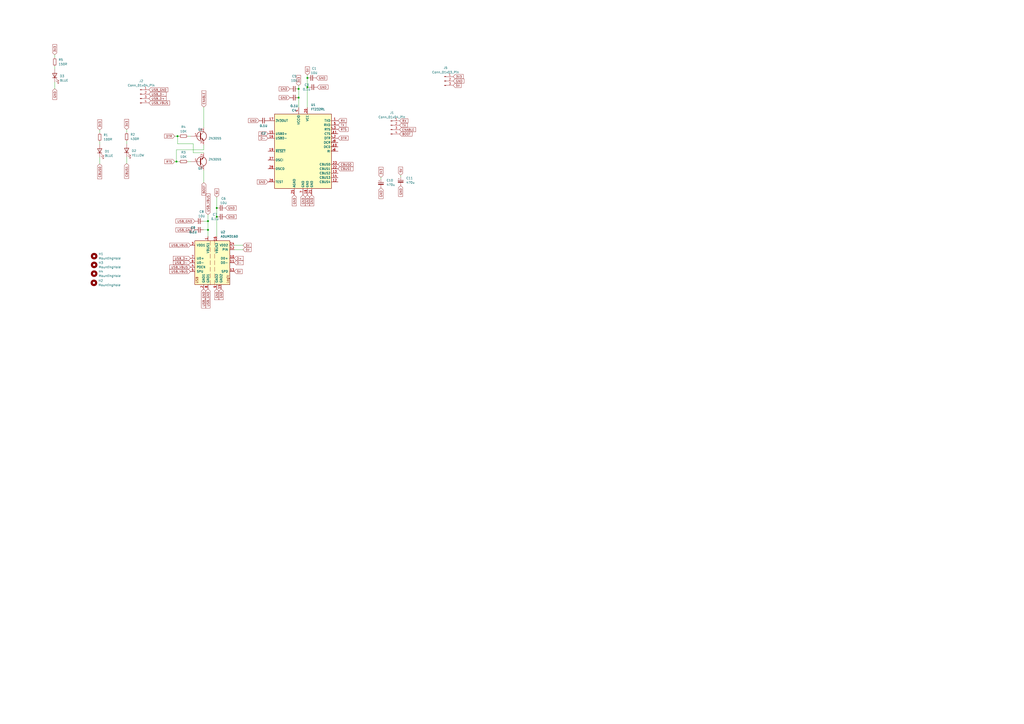
<source format=kicad_sch>
(kicad_sch (version 20231120) (generator "eeschema") (generator_version "8.0")
  (paper "A2")
  (lib_symbols
    (symbol "Connector:Conn_01x03_Pin" (pin_names (offset 1.016) hide)
      (property "Reference" "J" (at 0 5.08 0))
      (property "Value" "Conn_01x03_Pin" (at 0 -5.08 0))
      (symbol "Conn_01x03_Pin_1_1"
        (polyline (pts (xy 1.27 -2.54) (xy 0.8636 -2.54)) (stroke (width 0.1524)))
        (polyline (pts (xy 1.27 0) (xy 0.8636 0)) (stroke (width 0.1524)))
        (polyline (pts (xy 1.27 2.54) (xy 0.8636 2.54)) (stroke (width 0.1524)))
        (rectangle (start 0.8636 -2.413) (end 0 -2.667) (stroke (width 0.1524)) (fill (type outline)))
        (rectangle (start 0.8636 0.127) (end 0 -0.127) (stroke (width 0.1524)) (fill (type outline)))
        (rectangle (start 0.8636 2.667) (end 0 2.413) (stroke (width 0.1524)) (fill (type outline)))
        (pin passive line (at 5.08 2.54 180) (length 3.81) (name "Pin_1") (number "1"))
        (pin passive line (at 5.08 0 180) (length 3.81) (name "Pin_2") (number "2"))
        (pin passive line (at 5.08 -2.54 180) (length 3.81) (name "Pin_3") (number "3"))
      )
    )
    (symbol "Connector:Conn_01x04_Pin" (pin_names (offset 1.016) hide)
      (property "Reference" "J" (at 0 5.08 0))
      (property "Value" "Conn_01x04_Pin" (at 0 -7.62 0))
      (symbol "Conn_01x04_Pin_1_1"
        (polyline (pts (xy 1.27 -5.08) (xy 0.8636 -5.08)) (stroke (width 0.1524)))
        (polyline (pts (xy 1.27 -2.54) (xy 0.8636 -2.54)) (stroke (width 0.1524)))
        (polyline (pts (xy 1.27 0) (xy 0.8636 0)) (stroke (width 0.1524)))
        (polyline (pts (xy 1.27 2.54) (xy 0.8636 2.54)) (stroke (width 0.1524)))
        (rectangle (start 0.8636 -4.953) (end 0 -5.207) (stroke (width 0.1524)) (fill (type outline)))
        (rectangle (start 0.8636 -2.413) (end 0 -2.667) (stroke (width 0.1524)) (fill (type outline)))
        (rectangle (start 0.8636 0.127) (end 0 -0.127) (stroke (width 0.1524)) (fill (type outline)))
        (rectangle (start 0.8636 2.667) (end 0 2.413) (stroke (width 0.1524)) (fill (type outline)))
        (pin passive line (at 5.08 2.54 180) (length 3.81) (name "Pin_1") (number "1"))
        (pin passive line (at 5.08 0 180) (length 3.81) (name "Pin_2") (number "2"))
        (pin passive line (at 5.08 -2.54 180) (length 3.81) (name "Pin_3") (number "3"))
        (pin passive line (at 5.08 -5.08 180) (length 3.81) (name "Pin_4") (number "4"))
      )
    )
    (symbol "Device:C_Polarized_Small" (pin_numbers hide) (pin_names (offset 0.254) hide)
      (property "Reference" "C" (at 0.254 1.778 0))
      (property "Value" "C_Polarized_Small" (at 0.254 -2.032 0))
      (symbol "C_Polarized_Small_0_1"
        (rectangle (start -1.524 -0.3048) (end 1.524 -0.6858) (fill (type outline)))
        (rectangle (start -1.524 0.6858) (end 1.524 0.3048))
        (polyline (pts (xy -1.27 1.524) (xy -0.762 1.524)))
        (polyline (pts (xy -1.016 1.27) (xy -1.016 1.778)))
      )
      (symbol "C_Polarized_Small_1_1"
        (pin passive line (at 0 2.54 270) (length 1.8542) (name "~") (number "1"))
        (pin passive line (at 0 -2.54 90) (length 1.8542) (name "~") (number "2"))
      )
    )
    (symbol "Device:C_Small" (pin_numbers hide) (pin_names (offset 0.254) hide)
      (property "Reference" "C" (at 0.254 1.778 0))
      (property "Value" "C_Small" (at 0.254 -2.032 0))
      (symbol "C_Small_0_1"
        (polyline (pts (xy -1.524 -0.508) (xy 1.524 -0.508)) (stroke (width 0.3302)))
        (polyline (pts (xy -1.524 0.508) (xy 1.524 0.508)) (stroke (width 0.3048)))
      )
      (symbol "C_Small_1_1"
        (pin passive line (at 0 2.54 270) (length 2.032) (name "~") (number "1"))
        (pin passive line (at 0 -2.54 90) (length 2.032) (name "~") (number "2"))
      )
    )
    (symbol "Device:LED" (pin_numbers hide) (pin_names (offset 1.016) hide)
      (property "Reference" "D" (at 0 2.54 0))
      (property "Value" "LED" (at 0 -2.54 0))
      (symbol "LED_0_1"
        (polyline (pts (xy -1.27 -1.27) (xy -1.27 1.27)) (stroke (width 0.254)))
        (polyline (pts (xy -1.27 0) (xy 1.27 0)))
        (polyline (pts (xy 1.27 -1.27) (xy 1.27 1.27) (xy -1.27 0) (xy 1.27 -1.27)) (stroke (width 0.254)))
        (polyline (pts (xy -3.048 -0.762) (xy -4.572 -2.286) (xy -3.81 -2.286) (xy -4.572 -2.286) (xy -4.572 -1.524)))
        (polyline (pts (xy -1.778 -0.762) (xy -3.302 -2.286) (xy -2.54 -2.286) (xy -3.302 -2.286) (xy -3.302 -1.524)))
      )
      (symbol "LED_1_1"
        (pin passive line (at -3.81 0 0) (length 2.54) (name "K") (number "1"))
        (pin passive line (at 3.81 0 180) (length 2.54) (name "A") (number "2"))
      )
    )
    (symbol "Device:R_Small" (pin_numbers hide) (pin_names (offset 0.254) hide)
      (property "Reference" "R" (at 0.762 0.508 0))
      (property "Value" "R_Small" (at 0.762 -1.016 0))
      (symbol "R_Small_0_1"
        (rectangle (start -0.762 1.778) (end 0.762 -1.778) (stroke (width 0.2032)))
      )
      (symbol "R_Small_1_1"
        (pin passive line (at 0 2.54 270) (length 0.762) (name "~") (number "1"))
        (pin passive line (at 0 -2.54 90) (length 0.762) (name "~") (number "2"))
      )
    )
    (symbol "Interface_USB:ADUM3160" (pin_names (offset 1.016))
      (property "Reference" "U" (at -10.16 13.97 0))
      (property "Value" "ADUM3160" (at 3.81 13.97 0))
      (symbol "ADUM3160_0_0"
        (text "Logic" (at 8.89 -12.065 900) (effects (font (size 1.27 1.27)) (justify left)))
      )
      (symbol "ADUM3160_0_1"
        (rectangle (start -10.16 12.7) (end 10.16 -12.7) (stroke (width 0.254)) (fill (type background)))
        (polyline (pts (xy -1.27 -10.16) (xy -1.27 -12.7)))
        (polyline (pts (xy -1.27 -6.35) (xy -1.27 -8.89)))
        (polyline (pts (xy -1.27 -2.54) (xy -1.27 -5.08)))
        (polyline (pts (xy -1.27 1.27) (xy -1.27 -1.27)))
        (polyline (pts (xy -1.27 5.08) (xy -1.27 2.54)))
        (polyline (pts (xy -1.27 8.89) (xy -1.27 6.35)))
        (polyline (pts (xy -1.27 12.7) (xy -1.27 10.16)))
        (polyline (pts (xy 1.27 -10.16) (xy 1.27 -12.7)))
        (polyline (pts (xy 1.27 -6.35) (xy 1.27 -8.89)))
        (polyline (pts (xy 1.27 -2.54) (xy 1.27 -5.08)))
        (polyline (pts (xy 1.27 1.27) (xy 1.27 -1.27)))
        (polyline (pts (xy 1.27 5.08) (xy 1.27 2.54)))
        (polyline (pts (xy 1.27 8.89) (xy 1.27 6.35)))
        (polyline (pts (xy 1.27 12.7) (xy 1.27 10.16)))
      )
      (symbol "ADUM3160_1_0"
        (text "USB" (at -8.89 -12.065 900) (effects (font (size 1.27 1.27)) (justify left)))
      )
      (symbol "ADUM3160_1_1"
        (pin power_in line (at -2.54 15.24 270) (length 2.54) (name "VBUS1") (number "1"))
        (pin bidirectional line (at 12.7 2.54 180) (length 2.54) (name "DD+") (number "10"))
        (pin bidirectional line (at 12.7 0 180) (length 2.54) (name "DD-") (number "11"))
        (pin input line (at 12.7 7.62 180) (length 2.54) (name "PIN") (number "12"))
        (pin input line (at 12.7 -5.08 180) (length 2.54) (name "SPD") (number "13"))
        (pin power_in line (at 12.7 10.16 180) (length 2.54) (name "VDD2") (number "14"))
        (pin power_in line (at 5.08 -15.24 90) (length 2.54) (name "GND2") (number "15"))
        (pin power_in line (at 2.54 15.24 270) (length 2.54) (name "VBUS2") (number "16"))
        (pin power_in line (at -5.08 -15.24 90) (length 2.54) (name "GND1") (number "2"))
        (pin power_in line (at -12.7 10.16 0) (length 2.54) (name "VDD1") (number "3"))
        (pin input line (at -12.7 -2.54 0) (length 2.54) (name "PDEN") (number "4"))
        (pin input line (at -12.7 -5.08 0) (length 2.54) (name "SPU") (number "5"))
        (pin bidirectional line (at -12.7 0 0) (length 2.54) (name "UD-") (number "6"))
        (pin bidirectional line (at -12.7 2.54 0) (length 2.54) (name "UD+") (number "7"))
        (pin power_in line (at -2.54 -15.24 90) (length 2.54) (name "GND1") (number "8"))
        (pin power_in line (at 2.54 -15.24 90) (length 2.54) (name "GND2") (number "9"))
      )
    )
    (symbol "Interface_USB:FT232RL"
      (property "Reference" "U" (at -16.51 22.86 0))
      (property "Value" "FT232RL" (at 10.16 22.86 0))
      (symbol "FT232RL_0_1"
        (rectangle (start -16.51 21.59) (end 16.51 -21.59) (stroke (width 0.254)) (fill (type background)))
      )
      (symbol "FT232RL_1_1"
        (pin output line (at 20.32 17.78 180) (length 3.81) (name "TXD") (number "1"))
        (pin input input_low (at 20.32 2.54 180) (length 3.81) (name "DCD") (number "10"))
        (pin input input_low (at 20.32 10.16 180) (length 3.81) (name "CTS") (number "11"))
        (pin bidirectional line (at 20.32 -17.78 180) (length 3.81) (name "CBUS4") (number "12"))
        (pin bidirectional line (at 20.32 -12.7 180) (length 3.81) (name "CBUS2") (number "13"))
        (pin bidirectional line (at 20.32 -15.24 180) (length 3.81) (name "CBUS3") (number "14"))
        (pin bidirectional line (at -20.32 10.16 0) (length 3.81) (name "USBD+") (number "15"))
        (pin bidirectional line (at -20.32 7.62 0) (length 3.81) (name "USBD-") (number "16"))
        (pin power_out line (at -20.32 17.78 0) (length 3.81) (name "3V3OUT") (number "17"))
        (pin power_in line (at 2.54 -25.4 90) (length 3.81) (name "GND") (number "18"))
        (pin input line (at -20.32 0 0) (length 3.81) (name "~{RESET}") (number "19"))
        (pin output output_low (at 20.32 7.62 180) (length 3.81) (name "DTR") (number "2"))
        (pin power_in line (at 2.54 25.4 270) (length 3.81) (name "VCC") (number "20"))
        (pin power_in line (at 5.08 -25.4 90) (length 3.81) (name "GND") (number "21"))
        (pin bidirectional line (at 20.32 -10.16 180) (length 3.81) (name "CBUS1") (number "22"))
        (pin bidirectional line (at 20.32 -7.62 180) (length 3.81) (name "CBUS0") (number "23"))
        (pin power_in line (at -5.08 -25.4 90) (length 3.81) (name "AGND") (number "25"))
        (pin input line (at -20.32 -17.78 0) (length 3.81) (name "TEST") (number "26"))
        (pin input line (at -20.32 -5.08 0) (length 3.81) (name "OSCI") (number "27"))
        (pin output line (at -20.32 -10.16 0) (length 3.81) (name "OSCO") (number "28"))
        (pin output output_low (at 20.32 12.7 180) (length 3.81) (name "RTS") (number "3"))
        (pin power_in line (at -2.54 25.4 270) (length 3.81) (name "VCCIO") (number "4"))
        (pin input line (at 20.32 15.24 180) (length 3.81) (name "RXD") (number "5"))
        (pin input input_low (at 20.32 0 180) (length 3.81) (name "RI") (number "6"))
        (pin power_in line (at 0 -25.4 90) (length 3.81) (name "GND") (number "7"))
        (pin input input_low (at 20.32 5.08 180) (length 3.81) (name "DCR") (number "9"))
      )
    )
    (symbol "Mechanical:MountingHole" (pin_names (offset 1.016))
      (property "Reference" "H" (at 0 5.08 0))
      (property "Value" "MountingHole" (at 0 3.175 0))
      (symbol "MountingHole_0_1"
        (circle (center 0 0) (radius 1.27) (stroke (width 1.27)))
      )
    )
    (symbol "Transistor_BJT:2N3055" (pin_names (offset 0) hide)
      (property "Reference" "Q" (at 5.08 1.905 0))
      (property "Value" "2N3055" (at 5.08 0 0))
      (symbol "2N3055_0_1"
        (polyline (pts (xy 0.635 0.635) (xy 2.54 2.54)))
        (polyline (pts (xy 0.635 -0.635) (xy 2.54 -2.54) (xy 2.54 -2.54)))
        (polyline (pts (xy 0.635 1.905) (xy 0.635 -1.905) (xy 0.635 -1.905)) (stroke (width 0.508)))
        (polyline (pts (xy 1.27 -1.778) (xy 1.778 -1.27) (xy 2.286 -2.286) (xy 1.27 -1.778) (xy 1.27 -1.778)) (fill (type outline)))
        (circle (center 1.27 0) (radius 2.8194) (stroke (width 0.254)))
      )
      (symbol "2N3055_1_1"
        (pin input line (at -5.08 0 0) (length 5.715) (name "B") (number "1"))
        (pin passive line (at 2.54 -5.08 90) (length 2.54) (name "E") (number "2"))
        (pin passive line (at 2.54 5.08 270) (length 2.54) (name "C") (number "3"))
      )
    )
  )
  (junction (at 102.362 93.726))
  (junction (at 125.73 120.65))
  (junction (at 178.308 50.546))
  (junction (at 178.308 45.212))
  (junction (at 120.65 128.27))
  (junction (at 173.228 51.562))
  (junction (at 125.73 125.73))
  (junction (at 120.65 133.35))
  (junction (at 173.228 56.642))
  (junction (at 102.997 78.994))
  (wire (pts (xy 73.4622 94.8235) (xy 73.4622 91.0135)))
  (wire (pts (xy 112.141 88.646) (xy 112.141 83.439)))
  (wire (pts (xy 120.65 128.27) (xy 120.65 133.35)))
  (wire (pts (xy 178.943 50.546) (xy 178.308 50.546)))
  (wire (pts (xy 57.8412 77.0435) (xy 57.8412 75.3925)))
  (wire (pts (xy 173.228 51.562) (xy 173.228 56.642)))
  (wire (pts (xy 73.4622 83.3935) (xy 73.4622 81.8695)))
  (wire (pts (xy 125.73 120.65) (xy 125.73 125.73)))
  (wire (pts (xy 57.8412 95.0775) (xy 57.8412 91.2675)))
  (wire (pts (xy 57.8412 83.6475) (xy 57.8412 82.1235)))
  (wire (pts (xy 102.362 86.868) (xy 118.237 86.868)))
  (wire (pts (xy 31.75 40.005) (xy 31.75 38.481)))
  (wire (pts (xy 118.237 62.103) (xy 118.237 73.914)))
  (wire (pts (xy 102.997 78.994) (xy 103.886 78.994)))
  (wire (pts (xy 31.75 33.401) (xy 31.75 31.75)))
  (wire (pts (xy 108.966 78.994) (xy 110.617 78.994)))
  (wire (pts (xy 140.97 144.78) (xy 135.89 144.78)))
  (wire (pts (xy 173.228 49.657) (xy 173.228 51.562)))
  (wire (pts (xy 31.75 51.435) (xy 31.75 47.625)))
  (wire (pts (xy 120.65 133.35) (xy 120.65 137.16)))
  (wire (pts (xy 102.997 78.994) (xy 102.997 83.439)))
  (wire (pts (xy 118.11 133.35) (xy 120.65 133.35)))
  (wire (pts (xy 73.4622 76.7895) (xy 73.4622 75.1385)))
  (wire (pts (xy 232.41 101.6) (xy 232.41 102.616)))
  (wire (pts (xy 118.237 84.074) (xy 118.237 86.868)))
  (wire (pts (xy 102.362 93.726) (xy 103.886 93.726)))
  (wire (pts (xy 178.308 50.546) (xy 178.308 62.357)))
  (wire (pts (xy 101.346 93.726) (xy 102.362 93.726)))
  (wire (pts (xy 102.362 86.868) (xy 102.362 93.726)))
  (wire (pts (xy 125.73 125.73) (xy 125.73 137.16)))
  (wire (pts (xy 125.73 114.3) (xy 125.73 120.65)))
  (wire (pts (xy 220.98 102.87) (xy 220.98 103.886)))
  (wire (pts (xy 120.65 124.46) (xy 120.65 128.27)))
  (wire (pts (xy 140.97 142.24) (xy 135.89 142.24)))
  (wire (pts (xy 101.346 78.994) (xy 102.997 78.994)))
  (wire (pts (xy 173.228 56.642) (xy 173.228 62.357)))
  (wire (pts (xy 178.308 45.212) (xy 178.308 50.546)))
  (wire (pts (xy 178.308 43.434) (xy 178.308 45.212)))
  (wire (pts (xy 118.237 98.806) (xy 118.237 105.918)))
  (wire (pts (xy 118.11 128.27) (xy 120.65 128.27)))
  (wire (pts (xy 102.997 83.439) (xy 112.141 83.439)))
  (wire (pts (xy 118.237 88.646) (xy 112.141 88.646)))
  (wire (pts (xy 108.966 93.726) (xy 110.617 93.726)))
  (global_label "GND" (shape input) (at 31.75 51.435 270) (property "Intersheetrefs" "${INTERSHEET_REFS}" (effects (hide yes))))
  (global_label "3V3" (shape input) (at 220.98 102.87 90) (property "Intersheetrefs" "${INTERSHEET_REFS}" (effects (hide yes))))
  (global_label "GND" (shape input) (at 170.688 113.157 270) (property "Intersheetrefs" "${INTERSHEET_REFS}" (effects (hide yes))))
  (global_label "USB_D-" (shape input) (at 86.36 54.61 0) (property "Intersheetrefs" "${INTERSHEET_REFS}" (effects (hide yes))))
  (global_label "DTR" (shape input) (at 101.346 78.994 180) (property "Intersheetrefs" "${INTERSHEET_REFS}" (effects (hide yes))))
  (global_label "CBUS1" (shape input) (at 196.088 97.917 0) (property "Intersheetrefs" "${INTERSHEET_REFS}" (effects (hide yes))))
  (global_label "USB_GND" (shape input) (at 113.03 128.27 180) (property "Intersheetrefs" "${INTERSHEET_REFS}" (effects (hide yes))))
  (global_label "RX" (shape input) (at 196.088 69.977 0) (property "Intersheetrefs" "${INTERSHEET_REFS}" (effects (hide yes))))
  (global_label "3V3" (shape input) (at 173.228 49.657 90) (property "Intersheetrefs" "${INTERSHEET_REFS}" (effects (hide yes))))
  (global_label "3V3" (shape input) (at 262.89 44.45 0) (property "Intersheetrefs" "${INTERSHEET_REFS}" (effects (hide yes))))
  (global_label "GND" (shape input) (at 183.388 45.212 0) (property "Intersheetrefs" "${INTERSHEET_REFS}" (effects (hide yes))))
  (global_label "RTS" (shape input) (at 101.346 93.726 180) (property "Intersheetrefs" "${INTERSHEET_REFS}" (effects (hide yes))))
  (global_label "GND" (shape input) (at 155.448 105.537 180) (property "Intersheetrefs" "${INTERSHEET_REFS}" (effects (hide yes))))
  (global_label "GND" (shape input) (at 130.81 120.65 0) (property "Intersheetrefs" "${INTERSHEET_REFS}" (effects (hide yes))))
  (global_label "ENABLE" (shape input) (at 118.237 62.103 90) (property "Intersheetrefs" "${INTERSHEET_REFS}" (effects (hide yes))))
  (global_label "GND" (shape input) (at 128.27 167.64 270) (property "Intersheetrefs" "${INTERSHEET_REFS}" (effects (hide yes))))
  (global_label "5V" (shape input) (at 178.308 43.434 90) (property "Intersheetrefs" "${INTERSHEET_REFS}" (effects (hide yes))))
  (global_label "RTS" (shape input) (at 196.088 75.057 0) (property "Intersheetrefs" "${INTERSHEET_REFS}" (effects (hide yes))))
  (global_label "3V3" (shape input) (at 73.4622 75.1385 90) (property "Intersheetrefs" "${INTERSHEET_REFS}" (effects (hide yes))))
  (global_label "TX" (shape input) (at 196.088 72.517 0) (property "Intersheetrefs" "${INTERSHEET_REFS}" (effects (hide yes))))
  (global_label "BOOT" (shape input) (at 231.775 77.724 0) (property "Intersheetrefs" "${INTERSHEET_REFS}" (effects (hide yes))))
  (global_label "USB_GND" (shape input) (at 113.03 133.35 180) (property "Intersheetrefs" "${INTERSHEET_REFS}" (effects (hide yes))))
  (global_label "5V" (shape input) (at 125.73 114.3 90) (property "Intersheetrefs" "${INTERSHEET_REFS}" (effects (hide yes))))
  (global_label "CBUS1" (shape input) (at 73.4622 94.8235 270) (property "Intersheetrefs" "${INTERSHEET_REFS}" (effects (hide yes))))
  (global_label "USB_D+" (shape input) (at 86.36 57.15 0) (property "Intersheetrefs" "${INTERSHEET_REFS}" (effects (hide yes))))
  (global_label "D+" (shape input) (at 135.89 149.86 0) (property "Intersheetrefs" "${INTERSHEET_REFS}" (effects (hide yes))))
  (global_label "5V" (shape input) (at 140.97 142.24 0) (property "Intersheetrefs" "${INTERSHEET_REFS}" (effects (hide yes))))
  (global_label "USB_D-" (shape input) (at 110.49 152.4 180) (property "Intersheetrefs" "${INTERSHEET_REFS}" (effects (hide yes))))
  (global_label "GND" (shape input) (at 175.768 113.157 270) (property "Intersheetrefs" "${INTERSHEET_REFS}" (effects (hide yes))))
  (global_label "GND" (shape input) (at 262.89 46.99 0) (property "Intersheetrefs" "${INTERSHEET_REFS}" (effects (hide yes))))
  (global_label "GND" (shape input) (at 178.308 113.157 270) (property "Intersheetrefs" "${INTERSHEET_REFS}" (effects (hide yes))))
  (global_label "3V3" (shape input) (at 31.75 31.75 90) (property "Intersheetrefs" "${INTERSHEET_REFS}" (effects (hide yes))))
  (global_label "TX" (shape input) (at 231.775 72.644 0) (property "Intersheetrefs" "${INTERSHEET_REFS}" (effects (hide yes))))
  (global_label "GND" (shape input) (at 220.98 108.966 270) (property "Intersheetrefs" "${INTERSHEET_REFS}" (effects (hide yes))))
  (global_label "USB_VBUS" (shape input) (at 110.49 157.48 180) (property "Intersheetrefs" "${INTERSHEET_REFS}" (effects (hide yes))))
  (global_label "USB_GND" (shape input) (at 118.11 167.64 270) (property "Intersheetrefs" "${INTERSHEET_REFS}" (effects (hide yes))))
  (global_label "USB_VBUS" (shape input) (at 86.36 59.69 0) (property "Intersheetrefs" "${INTERSHEET_REFS}" (effects (hide yes))))
  (global_label "GND" (shape input) (at 184.023 50.546 0) (property "Intersheetrefs" "${INTERSHEET_REFS}" (effects (hide yes))))
  (global_label "5V" (shape input) (at 140.97 144.78 0) (property "Intersheetrefs" "${INTERSHEET_REFS}" (effects (hide yes))))
  (global_label "5V" (shape input) (at 262.89 49.53 0) (property "Intersheetrefs" "${INTERSHEET_REFS}" (effects (hide yes))))
  (global_label "GND" (shape input) (at 168.148 51.562 180) (property "Intersheetrefs" "${INTERSHEET_REFS}" (effects (hide yes))))
  (global_label "GND" (shape input) (at 125.73 167.64 270) (property "Intersheetrefs" "${INTERSHEET_REFS}" (effects (hide yes))))
  (global_label "3V3" (shape input) (at 57.8412 75.3925 90) (property "Intersheetrefs" "${INTERSHEET_REFS}" (effects (hide yes))))
  (global_label "5V" (shape input) (at 135.89 157.48 0) (property "Intersheetrefs" "${INTERSHEET_REFS}" (effects (hide yes))))
  (global_label "USB_GND" (shape input) (at 86.36 52.07 0) (property "Intersheetrefs" "${INTERSHEET_REFS}" (effects (hide yes))))
  (global_label "BOOT" (shape input) (at 118.237 105.918 270) (property "Intersheetrefs" "${INTERSHEET_REFS}" (effects (hide yes))))
  (global_label "GND" (shape input) (at 130.81 125.73 0) (property "Intersheetrefs" "${INTERSHEET_REFS}" (effects (hide yes))))
  (global_label "GND" (shape input) (at 150.368 69.977 180) (property "Intersheetrefs" "${INTERSHEET_REFS}" (effects (hide yes))))
  (global_label "5V" (shape input) (at 232.41 101.6 90) (property "Intersheetrefs" "${INTERSHEET_REFS}" (effects (hide yes))))
  (global_label "CBUS0" (shape input) (at 196.088 95.377 0) (property "Intersheetrefs" "${INTERSHEET_REFS}" (effects (hide yes))))
  (global_label "DTR" (shape input) (at 196.088 80.137 0) (property "Intersheetrefs" "${INTERSHEET_REFS}" (effects (hide yes))))
  (global_label "CBUS0" (shape input) (at 57.8412 95.0775 270) (property "Intersheetrefs" "${INTERSHEET_REFS}" (effects (hide yes))))
  (global_label "USB_VBUS" (shape input) (at 120.65 124.46 90) (property "Intersheetrefs" "${INTERSHEET_REFS}" (effects (hide yes))))
  (global_label "GND" (shape input) (at 180.848 113.157 270) (property "Intersheetrefs" "${INTERSHEET_REFS}" (effects (hide yes))))
  (global_label "GND" (shape input) (at 232.41 107.696 270) (property "Intersheetrefs" "${INTERSHEET_REFS}" (effects (hide yes))))
  (global_label "RX" (shape input) (at 231.775 70.104 0) (property "Intersheetrefs" "${INTERSHEET_REFS}" (effects (hide yes))))
  (global_label "ENABLE" (shape input) (at 231.775 75.184 0) (property "Intersheetrefs" "${INTERSHEET_REFS}" (effects (hide yes))))
  (global_label "USB_VBUS" (shape input) (at 110.49 154.94 180) (property "Intersheetrefs" "${INTERSHEET_REFS}" (effects (hide yes))))
  (global_label "GND" (shape input) (at 168.148 56.642 180) (property "Intersheetrefs" "${INTERSHEET_REFS}" (effects (hide yes))))
  (global_label "D-" (shape input) (at 155.448 80.137 180) (property "Intersheetrefs" "${INTERSHEET_REFS}" (effects (hide yes))))
  (global_label "D-" (shape input) (at 135.89 152.4 0) (property "Intersheetrefs" "${INTERSHEET_REFS}" (effects (hide yes))))
  (global_label "USB_D+" (shape input) (at 110.49 149.86 180) (property "Intersheetrefs" "${INTERSHEET_REFS}" (effects (hide yes))))
  (global_label "USB_GND" (shape input) (at 120.65 167.64 270) (property "Intersheetrefs" "${INTERSHEET_REFS}" (effects (hide yes))))
  (global_label "D+" (shape input) (at 155.448 77.597 180) (property "Intersheetrefs" "${INTERSHEET_REFS}" (effects (hide yes))))
  (global_label "USB_VBUS" (shape input) (at 110.49 142.24 180) (property "Intersheetrefs" "${INTERSHEET_REFS}" (effects (hide yes))))
  (symbol (lib_id "Device:C_Polarized_Small") (at 220.98 106.426 0) (unit 1)
    (property "Reference" "C10" (at 224.155 104.6099 0) (effects (justify left)))
    (property "Value" "470u" (at 224.155 107.1499 0) (effects (justify left)))
    (property "Footprint" "Capacitor_THT:CP_Radial_D6.3mm_P2.50mm" (effects (hide yes)))
  )
  (symbol (lib_id "Device:LED") (at 73.4622 87.2035 90) (unit 1)
    (property "Reference" "D2" (at 76.3832 87.5209 90) (effects (justify right)))
    (property "Value" "YELLOW" (at 76.3832 90.0609 90) (effects (justify right)))
    (property "Footprint" "LED_SMD:LED_0603_1608Metric_Pad1.05x0.95mm_HandSolder" (effects (hide yes)))
    (property "LCSC" "XL-1608UBC-04" (effects (hide yes)))
  )
  (symbol (lib_id "Device:R_Small") (at 31.75 35.941 0) (unit 1)
    (property "Reference" "R5" (at 33.909 34.6709 0) (effects (justify left)))
    (property "Value" "150R" (at 33.909 37.2109 0) (effects (justify left)))
    (property "Footprint" "Resistor_SMD:R_0603_1608Metric_Pad0.98x0.95mm_HandSolder" (effects (hide yes)))
  )
  (symbol (lib_id "Device:C_Small") (at 115.57 128.27 90) (unit 1)
    (property "Reference" "C8" (at 116.967 122.809 90))
    (property "Value" "10U" (at 116.967 125.349 90))
    (property "Footprint" "Capacitor_SMD:C_1206_3216Metric_Pad1.33x1.80mm_HandSolder" (effects (hide yes)))
  )
  (symbol (lib_id "Mechanical:MountingHole") (at 54.61 158.75 0) (unit 1)
    (property "Reference" "H4" (at 57.15 157.4799 0) (effects (justify left)))
    (property "Value" "MountingHole" (at 57.15 160.0199 0) (effects (justify left)))
    (property "Footprint" "MountingHole:MountingHole_3.2mm_M3_DIN965_Pad_TopOnly" (effects (hide yes)))
  )
  (symbol (lib_id "Transistor_BJT:2N3055") (at 115.697 78.994 0) (unit 1)
    (property "Reference" "Q1" (at 114.808 75.057 0) (effects (justify left)))
    (property "Value" "2N3055" (at 120.904 80.2639 0) (effects (justify left)))
    (property "Footprint" "Package_TO_SOT_SMD:TSOT-23" (effects (hide yes)))
    (property "Datasheet" "http://www.onsemi.com/pub_link/Collateral/2N3055-D.PDF" (effects (hide yes)))
  )
  (symbol (lib_id "Device:R_Small") (at 57.8412 79.5835 0) (unit 1)
    (property "Reference" "R1" (at 60.0002 78.3134 0) (effects (justify left)))
    (property "Value" "100R" (at 60.0002 80.8534 0) (effects (justify left)))
    (property "Footprint" "Resistor_SMD:R_0603_1608Metric_Pad0.98x0.95mm_HandSolder" (effects (hide yes)))
  )
  (symbol (lib_id "Device:LED") (at 31.75 43.815 90) (unit 1)
    (property "Reference" "D3" (at 34.671 44.1324 90) (effects (justify right)))
    (property "Value" "BLUE" (at 34.671 46.6724 90) (effects (justify right)))
    (property "Footprint" "LED_SMD:LED_0603_1608Metric_Pad1.05x0.95mm_HandSolder" (effects (hide yes)))
    (property "LCSC" "XL-1608UBC-04" (effects (hide yes)))
  )
  (symbol (lib_id "Interface_USB:FT232RL") (at 175.768 87.757 0) (unit 1)
    (property "Reference" "U1" (at 180.3274 60.833 0) (effects (justify left)))
    (property "Value" "FT232RL" (at 180.3274 63.373 0) (effects (justify left)))
    (property "Footprint" "Package_SO:SSOP-28_5.3x10.2mm_P0.65mm" (effects (hide yes)))
    (property "Datasheet" "https://www.ftdichip.com/Support/Documents/DataSheets/ICs/DS_FT232R.pdf" (effects (hide yes)))
  )
  (symbol (lib_id "Device:R_Small") (at 73.4622 79.3295 0) (unit 1)
    (property "Reference" "R2" (at 75.6212 78.0594 0) (effects (justify left)))
    (property "Value" "430R" (at 75.6212 80.5994 0) (effects (justify left)))
    (property "Footprint" "Resistor_SMD:R_0603_1608Metric_Pad0.98x0.95mm_HandSolder" (effects (hide yes)))
  )
  (symbol (lib_id "Connector:Conn_01x03_Pin") (at 257.81 46.99 0) (unit 1)
    (property "Reference" "J5" (at 258.445 39.37 0))
    (property "Value" "Conn_01x03_Pin" (at 258.445 41.91 0))
    (property "Footprint" "Connector_JST:JST_PH_B3B-PH-K_1x03_P2.00mm_Vertical" (effects (hide yes)))
    (property "Description" "Generic connector, single row, 01x03, script generated" (effects (hide yes)))
  )
  (symbol (lib_id "Device:C_Small") (at 128.27 120.65 90) (unit 1)
    (property "Reference" "C6" (at 129.667 115.189 90))
    (property "Value" "10U" (at 129.667 117.729 90))
    (property "Footprint" "Capacitor_SMD:C_1206_3216Metric_Pad1.33x1.80mm_HandSolder" (effects (hide yes)))
  )
  (symbol (lib_id "Device:C_Polarized_Small") (at 232.41 105.156 0) (unit 1)
    (property "Reference" "C11" (at 235.585 103.3399 0) (effects (justify left)))
    (property "Value" "470u" (at 235.585 105.8799 0) (effects (justify left)))
    (property "Footprint" "Capacitor_THT:CP_Radial_D6.3mm_P2.50mm" (effects (hide yes)))
  )
  (symbol (lib_id "Device:C_Small") (at 170.688 56.642 270) (unit 1)
    (property "Reference" "C4" (at 170.6817 64.008 90))
    (property "Value" "0.1U" (at 170.6817 61.468 90))
    (property "Footprint" "Capacitor_SMD:C_0805_2012Metric_Pad1.18x1.45mm_HandSolder" (effects (hide yes)))
  )
  (symbol (lib_id "Transistor_BJT:2N3055") (at 115.697 93.726 0) (mirror x) (unit 1)
    (property "Reference" "Q2" (at 114.808 97.663 0) (effects (justify left)))
    (property "Value" "2N3055" (at 120.904 92.4561 0) (effects (justify left)))
    (property "Footprint" "Package_TO_SOT_SMD:TSOT-23" (effects (hide yes)))
    (property "Datasheet" "http://www.onsemi.com/pub_link/Collateral/2N3055-D.PDF" (effects (hide yes)))
  )
  (symbol (lib_id "Device:C_Small") (at 170.688 51.562 270) (unit 1)
    (property "Reference" "C5" (at 170.6816 44.196 90))
    (property "Value" "10U" (at 170.6816 46.736 90))
    (property "Footprint" "Capacitor_SMD:C_1206_3216Metric_Pad1.33x1.80mm_HandSolder" (effects (hide yes)))
  )
  (symbol (lib_id "Connector:Conn_01x04_Pin") (at 81.28 54.61 0) (unit 1)
    (property "Reference" "J2" (at 81.915 46.99 0))
    (property "Value" "Conn_01x04_Pin" (at 81.915 49.53 0))
    (property "Footprint" "Connector_JST:JST_PH_B4B-PH-K_1x04_P2.00mm_Vertical" (effects (hide yes)))
    (property "Description" "Generic connector, single row, 01x04, script generated" (effects (hide yes)))
  )
  (symbol (lib_id "Mechanical:MountingHole") (at 54.61 153.67 0) (unit 1)
    (property "Reference" "H3" (at 57.15 152.3999 0) (effects (justify left)))
    (property "Value" "MountingHole" (at 57.15 154.9399 0) (effects (justify left)))
    (property "Footprint" "MountingHole:MountingHole_3.2mm_M3_DIN965_Pad_TopOnly" (effects (hide yes)))
  )
  (symbol (lib_id "Device:C_Small") (at 115.57 133.35 90) (unit 1)
    (property "Reference" "C9" (at 112.014 132.08 90))
    (property "Value" "0.1U" (at 112.014 134.62 90))
    (property "Footprint" "Capacitor_SMD:C_0805_2012Metric_Pad1.18x1.45mm_HandSolder" (effects (hide yes)))
  )
  (symbol (lib_id "Device:R_Small") (at 106.426 78.994 90) (unit 1)
    (property "Reference" "R4" (at 106.426 73.66 90))
    (property "Value" "10K" (at 106.426 76.2 90))
    (property "Footprint" "Resistor_SMD:R_0603_1608Metric_Pad0.98x0.95mm_HandSolder" (effects (hide yes)))
  )
  (symbol (lib_id "Device:C_Small") (at 181.483 50.546 90) (unit 1)
    (property "Reference" "C3" (at 177.927 49.276 90))
    (property "Value" "0.1U" (at 177.927 51.816 90))
    (property "Footprint" "Capacitor_SMD:C_0805_2012Metric_Pad1.18x1.45mm_HandSolder" (effects (hide yes)))
  )
  (symbol (lib_id "Mechanical:MountingHole") (at 54.61 148.59 0) (unit 1)
    (property "Reference" "H1" (at 57.15 147.3199 0) (effects (justify left)))
    (property "Value" "MountingHole" (at 57.15 149.8599 0) (effects (justify left)))
    (property "Footprint" "MountingHole:MountingHole_3.2mm_M3_DIN965_Pad_TopOnly" (effects (hide yes)))
  )
  (symbol (lib_id "Interface_USB:ADUM3160") (at 123.19 152.4 0) (unit 1)
    (property "Reference" "U2" (at 127.9241 134.62 0) (effects (justify left)))
    (property "Value" "ADUM3160" (at 127.9241 137.16 0) (effects (justify left)))
    (property "Footprint" "Package_SO:SOIC-16W_7.5x10.3mm_P1.27mm" (effects (hide yes)))
    (property "Datasheet" "https://www.analog.com/media/en/technical-documentation/data-sheets/ADuM3160.pdf" (effects (hide yes)))
    (property "Description" "Full/Low Speed, iCoupler USB Digital Isolator, 2.5kV protection" (effects (hide yes)))
    (property "Mouser" "584-ADUM3160BRWZ-R" (effects (hide yes)))
  )
  (symbol (lib_id "Mechanical:MountingHole") (at 54.483 164.084 0) (unit 1)
    (property "Reference" "H2" (at 57.023 162.8139 0) (effects (justify left)))
    (property "Value" "MountingHole" (at 57.023 165.3539 0) (effects (justify left)))
    (property "Footprint" "MountingHole:MountingHole_3.2mm_M3_DIN965_Pad_TopOnly" (effects (hide yes)))
  )
  (symbol (lib_id "Device:C_Small") (at 180.848 45.212 90) (unit 1)
    (property "Reference" "C1" (at 182.245 39.751 90))
    (property "Value" "10U" (at 182.245 42.291 90))
    (property "Footprint" "Capacitor_SMD:C_1206_3216Metric_Pad1.33x1.80mm_HandSolder" (effects (hide yes)))
  )
  (symbol (lib_id "Connector:Conn_01x04_Pin") (at 226.695 72.644 0) (unit 1)
    (property "Reference" "J1" (at 227.33 65.405 0))
    (property "Value" "Conn_01x04_Pin" (at 227.33 67.945 0))
    (property "Footprint" "Connector_JST:JST_PH_B4B-PH-K_1x04_P2.00mm_Vertical" (effects (hide yes)))
  )
  (symbol (lib_id "Device:C_Small") (at 128.27 125.73 90) (unit 1)
    (property "Reference" "C7" (at 124.714 124.46 90))
    (property "Value" "0.1U" (at 124.714 127 90))
    (property "Footprint" "Capacitor_SMD:C_0805_2012Metric_Pad1.18x1.45mm_HandSolder" (effects (hide yes)))
  )
  (symbol (lib_id "Device:LED") (at 57.8412 87.4575 90) (unit 1)
    (property "Reference" "D1" (at 60.7622 87.7749 90) (effects (justify right)))
    (property "Value" "BLUE" (at 60.7622 90.3149 90) (effects (justify right)))
    (property "Footprint" "LED_SMD:LED_0603_1608Metric_Pad1.05x0.95mm_HandSolder" (effects (hide yes)))
    (property "LCSC" "XL-1608UBC-04" (effects (hide yes)))
  )
  (symbol (lib_id "Device:R_Small") (at 106.426 93.726 90) (unit 1)
    (property "Reference" "R3" (at 106.426 88.392 90))
    (property "Value" "10K" (at 106.426 90.932 90))
    (property "Footprint" "Resistor_SMD:R_0603_1608Metric_Pad0.98x0.95mm_HandSolder" (effects (hide yes)))
  )
  (symbol (lib_id "Device:C_Small") (at 152.908 69.977 270) (unit 1)
    (property "Reference" "C2" (at 152.9017 77.343 90))
    (property "Value" "0.1U" (at 152.908 73.025 90))
    (property "Footprint" "Capacitor_SMD:C_0805_2012Metric_Pad1.18x1.45mm_HandSolder" (effects (hide yes)))
  )
)
</source>
